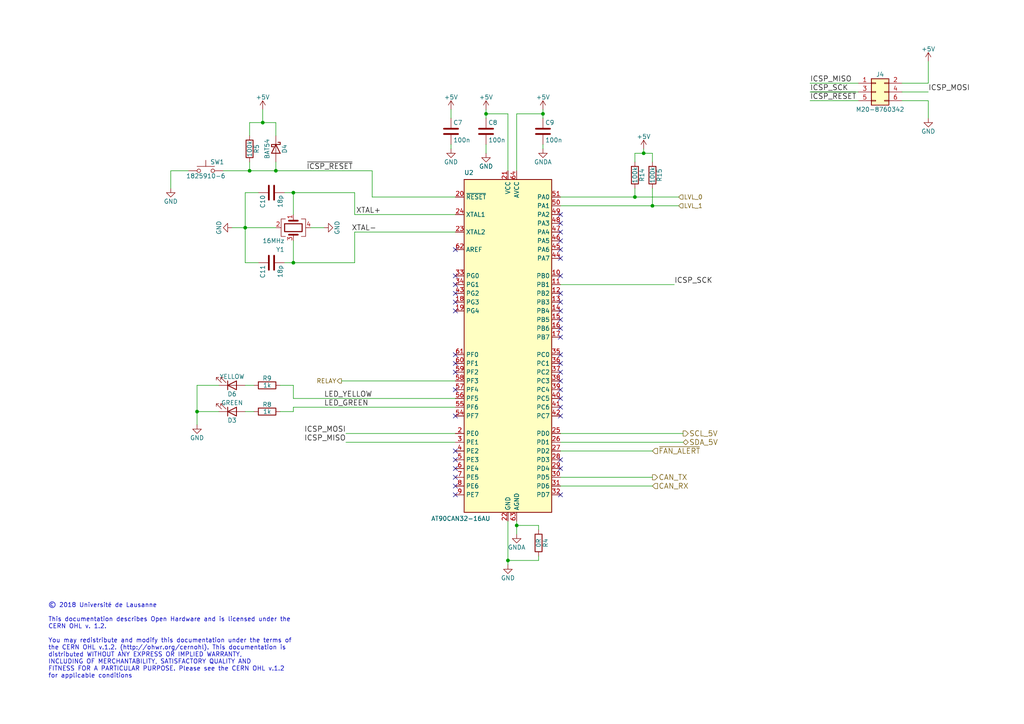
<source format=kicad_sch>
(kicad_sch (version 20231120) (generator "eeschema") (generator_version "8.0")
  (paper "A4")
  (title_block (title "AT90CAN128 Nebulizer Controller") (date "06/11/2018") (rev "A") (company "Université de Lausanne") (comment 1 "Author: Alexandre Tuleu") (comment 2 "Licensed under the CERN OHL v1.2"))
  (lib_symbols
    (symbol "Connector_Generic:Conn_02x03_Odd_Even" (pin_names (offset 1.016) hide)
      (property "Reference" "J" (at 1.27 5.08 0))
      (property "Value" "Conn_02x03_Odd_Even" (at 1.27 -5.08 0))
      (symbol "Conn_02x03_Odd_Even_1_1"
        (rectangle (start -1.27 -2.413) (end 0 -2.667) (stroke (width 0.1524)))
        (rectangle (start -1.27 0.127) (end 0 -0.127) (stroke (width 0.1524)))
        (rectangle (start -1.27 2.667) (end 0 2.413) (stroke (width 0.1524)))
        (rectangle (start -1.27 3.81) (end 3.81 -3.81) (stroke (width 0.254)) (fill (type background)))
        (rectangle (start 3.81 -2.413) (end 2.54 -2.667) (stroke (width 0.1524)))
        (rectangle (start 3.81 0.127) (end 2.54 -0.127) (stroke (width 0.1524)))
        (rectangle (start 3.81 2.667) (end 2.54 2.413) (stroke (width 0.1524)))
        (pin passive line (at -5.08 2.54 0) (length 3.81) (name "Pin_1") (number "1"))
        (pin passive line (at 7.62 2.54 180) (length 3.81) (name "Pin_2") (number "2"))
        (pin passive line (at -5.08 0 0) (length 3.81) (name "Pin_3") (number "3"))
        (pin passive line (at 7.62 0 180) (length 3.81) (name "Pin_4") (number "4"))
        (pin passive line (at -5.08 -2.54 0) (length 3.81) (name "Pin_5") (number "5"))
        (pin passive line (at 7.62 -2.54 180) (length 3.81) (name "Pin_6") (number "6"))
      )
    )
    (symbol "Device:C" (pin_numbers hide) (pin_names (offset 0.254))
      (property "Reference" "C" (at 0.635 2.54 0))
      (property "Value" "C" (at 0.635 -2.54 0))
      (symbol "C_0_1"
        (polyline (pts (xy -2.032 -0.762) (xy 2.032 -0.762)) (stroke (width 0.508)))
        (polyline (pts (xy -2.032 0.762) (xy 2.032 0.762)) (stroke (width 0.508)))
      )
      (symbol "C_1_1"
        (pin passive line (at 0 3.81 270) (length 2.794) (name "~") (number "1"))
        (pin passive line (at 0 -3.81 90) (length 2.794) (name "~") (number "2"))
      )
    )
    (symbol "Device:Crystal_GND24" (pin_names (offset 1.016) hide)
      (property "Reference" "Y" (at 3.175 5.08 0))
      (property "Value" "Crystal_GND24" (at 3.175 3.175 0))
      (symbol "Crystal_GND24_0_1"
        (rectangle (start -1.143 2.54) (end 1.143 -2.54) (stroke (width 0.3048)))
        (polyline (pts (xy -2.54 0) (xy -2.032 0)))
        (polyline (pts (xy -2.032 -1.27) (xy -2.032 1.27)) (stroke (width 0.508)))
        (polyline (pts (xy 0 -3.81) (xy 0 -3.556)))
        (polyline (pts (xy 0 3.556) (xy 0 3.81)))
        (polyline (pts (xy 2.032 -1.27) (xy 2.032 1.27)) (stroke (width 0.508)))
        (polyline (pts (xy 2.032 0) (xy 2.54 0)))
        (polyline (pts (xy -2.54 -2.286) (xy -2.54 -3.556) (xy 2.54 -3.556) (xy 2.54 -2.286)))
        (polyline (pts (xy -2.54 2.286) (xy -2.54 3.556) (xy 2.54 3.556) (xy 2.54 2.286)))
      )
      (symbol "Crystal_GND24_1_1"
        (pin passive line (at -3.81 0 0) (length 1.27) (name "1") (number "1"))
        (pin passive line (at 0 5.08 270) (length 1.27) (name "2") (number "2"))
        (pin passive line (at 3.81 0 180) (length 1.27) (name "3") (number "3"))
        (pin passive line (at 0 -5.08 90) (length 1.27) (name "4") (number "4"))
      )
    )
    (symbol "Device:D_Schottky" (pin_numbers hide) (pin_names (offset 1.016) hide)
      (property "Reference" "D" (at 0 2.54 0))
      (property "Value" "D_Schottky" (at 0 -2.54 0))
      (symbol "D_Schottky_0_1"
        (polyline (pts (xy 1.27 0) (xy -1.27 0)))
        (polyline (pts (xy 1.27 1.27) (xy 1.27 -1.27) (xy -1.27 0) (xy 1.27 1.27)) (stroke (width 0.254)))
        (polyline (pts (xy -1.905 0.635) (xy -1.905 1.27) (xy -1.27 1.27) (xy -1.27 -1.27) (xy -0.635 -1.27) (xy -0.635 -0.635)) (stroke (width 0.254)))
      )
      (symbol "D_Schottky_1_1"
        (pin passive line (at -3.81 0 0) (length 2.54) (name "K") (number "1"))
        (pin passive line (at 3.81 0 180) (length 2.54) (name "A") (number "2"))
      )
    )
    (symbol "Device:LED" (pin_numbers hide) (pin_names (offset 1.016) hide)
      (property "Reference" "D" (at 0 2.54 0))
      (property "Value" "LED" (at 0 -2.54 0))
      (symbol "LED_0_1"
        (polyline (pts (xy -1.27 -1.27) (xy -1.27 1.27)) (stroke (width 0.254)))
        (polyline (pts (xy -1.27 0) (xy 1.27 0)))
        (polyline (pts (xy 1.27 -1.27) (xy 1.27 1.27) (xy -1.27 0) (xy 1.27 -1.27)) (stroke (width 0.254)))
        (polyline (pts (xy -3.048 -0.762) (xy -4.572 -2.286) (xy -3.81 -2.286) (xy -4.572 -2.286) (xy -4.572 -1.524)))
        (polyline (pts (xy -1.778 -0.762) (xy -3.302 -2.286) (xy -2.54 -2.286) (xy -3.302 -2.286) (xy -3.302 -1.524)))
      )
      (symbol "LED_1_1"
        (pin passive line (at -3.81 0 0) (length 2.54) (name "K") (number "1"))
        (pin passive line (at 3.81 0 180) (length 2.54) (name "A") (number "2"))
      )
    )
    (symbol "Device:R" (pin_numbers hide) (pin_names (offset 0))
      (property "Reference" "R" (at 2.032 0 90))
      (property "Value" "R" (at 0 0 90))
      (symbol "R_0_1"
        (rectangle (start -1.016 -2.54) (end 1.016 2.54) (stroke (width 0.254)))
      )
      (symbol "R_1_1"
        (pin passive line (at 0 3.81 270) (length 1.27) (name "~") (number "1"))
        (pin passive line (at 0 -3.81 90) (length 1.27) (name "~") (number "2"))
      )
    )
    (symbol "Switch:SW_Push" (pin_numbers hide) (pin_names (offset 1.016) hide)
      (property "Reference" "SW" (at 1.27 2.54 0))
      (property "Value" "SW_Push" (at 0 -1.524 0))
      (symbol "SW_Push_0_1"
        (circle (center -2.032 0) (radius 0.508))
        (polyline (pts (xy 0 1.27) (xy 0 3.048)))
        (polyline (pts (xy 2.54 1.27) (xy -2.54 1.27)))
        (circle (center 2.032 0) (radius 0.508))
        (pin passive line (at -5.08 0 0) (length 2.54) (name "1") (number "1"))
        (pin passive line (at 5.08 0 180) (length 2.54) (name "2") (number "2"))
      )
    )
    (symbol "celaeno-rescue:+5V-power" (power) (pin_names (offset 0))
      (property "Value" "power_+5V" (at 0 3.556 0))
      (symbol "+5V-power_0_1"
        (polyline (pts (xy -0.762 1.27) (xy 0 2.54)))
        (polyline (pts (xy 0 0) (xy 0 2.54)))
        (polyline (pts (xy 0 2.54) (xy 0.762 1.27)))
      )
      (symbol "+5V-power_1_1"
        (pin power_in line (at 0 0 90) (length 0) hide (name "+5V") (number "1"))
      )
    )
    (symbol "celaeno-rescue:AT90CAN32-16AU-MCU_Microchip_AVR"
      (property "Reference" "U" (at -12.7 49.53 0))
      (property "Value" "AT90CAN32-16AU-MCU_Microchip_AVR" (at 5.08 -49.53 0))
      (symbol "AT90CAN32-16AU-MCU_Microchip_AVR_0_1"
        (rectangle (start -12.7 -48.26) (end 12.7 48.26) (stroke (width 0.254)) (fill (type background)))
      )
      (symbol "AT90CAN32-16AU-MCU_Microchip_AVR_1_1"
        (pin no_connect line (at -12.7 -45.72 0) (length 2.54) hide (name "NC") (number "1"))
        (pin bidirectional line (at 15.24 20.32 180) (length 2.54) (name "PB0") (number "10"))
        (pin bidirectional line (at 15.24 17.78 180) (length 2.54) (name "PB1") (number "11"))
        (pin bidirectional line (at 15.24 15.24 180) (length 2.54) (name "PB2") (number "12"))
        (pin bidirectional line (at 15.24 12.7 180) (length 2.54) (name "PB3") (number "13"))
        (pin bidirectional line (at 15.24 10.16 180) (length 2.54) (name "PB4") (number "14"))
        (pin bidirectional line (at 15.24 7.62 180) (length 2.54) (name "PB5") (number "15"))
        (pin bidirectional line (at 15.24 5.08 180) (length 2.54) (name "PB6") (number "16"))
        (pin bidirectional line (at 15.24 2.54 180) (length 2.54) (name "PB7") (number "17"))
        (pin bidirectional line (at -15.24 12.7 0) (length 2.54) (name "PG3") (number "18"))
        (pin bidirectional line (at -15.24 10.16 0) (length 2.54) (name "PG4") (number "19"))
        (pin bidirectional line (at -15.24 -25.4 0) (length 2.54) (name "PE0") (number "2"))
        (pin input line (at -15.24 43.18 0) (length 2.54) (name "~{RESET}") (number "20"))
        (pin power_in line (at 0 50.8 270) (length 2.54) (name "VCC") (number "21"))
        (pin power_in line (at 0 -50.8 90) (length 2.54) (name "GND") (number "22"))
        (pin bidirectional line (at -15.24 33.02 0) (length 2.54) (name "XTAL2") (number "23"))
        (pin bidirectional line (at -15.24 38.1 0) (length 2.54) (name "XTAL1") (number "24"))
        (pin bidirectional line (at 15.24 -25.4 180) (length 2.54) (name "PD0") (number "25"))
        (pin bidirectional line (at 15.24 -27.94 180) (length 2.54) (name "PD1") (number "26"))
        (pin bidirectional line (at 15.24 -30.48 180) (length 2.54) (name "PD2") (number "27"))
        (pin bidirectional line (at 15.24 -33.02 180) (length 2.54) (name "PD3") (number "28"))
        (pin bidirectional line (at 15.24 -35.56 180) (length 2.54) (name "PD4") (number "29"))
        (pin bidirectional line (at -15.24 -27.94 0) (length 2.54) (name "PE1") (number "3"))
        (pin bidirectional line (at 15.24 -38.1 180) (length 2.54) (name "PD5") (number "30"))
        (pin bidirectional line (at 15.24 -40.64 180) (length 2.54) (name "PD6") (number "31"))
        (pin bidirectional line (at 15.24 -43.18 180) (length 2.54) (name "PD7") (number "32"))
        (pin bidirectional line (at -15.24 20.32 0) (length 2.54) (name "PG0") (number "33"))
        (pin bidirectional line (at -15.24 17.78 0) (length 2.54) (name "PG1") (number "34"))
        (pin bidirectional line (at 15.24 -2.54 180) (length 2.54) (name "PC0") (number "35"))
        (pin bidirectional line (at 15.24 -5.08 180) (length 2.54) (name "PC1") (number "36"))
        (pin bidirectional line (at 15.24 -7.62 180) (length 2.54) (name "PC2") (number "37"))
        (pin bidirectional line (at 15.24 -10.16 180) (length 2.54) (name "PC3") (number "38"))
        (pin bidirectional line (at 15.24 -12.7 180) (length 2.54) (name "PC4") (number "39"))
        (pin bidirectional line (at -15.24 -30.48 0) (length 2.54) (name "PE2") (number "4"))
        (pin bidirectional line (at 15.24 -15.24 180) (length 2.54) (name "PC5") (number "40"))
        (pin bidirectional line (at 15.24 -17.78 180) (length 2.54) (name "PC6") (number "41"))
        (pin bidirectional line (at 15.24 -20.32 180) (length 2.54) (name "PC7") (number "42"))
        (pin bidirectional line (at -15.24 15.24 0) (length 2.54) (name "PG2") (number "43"))
        (pin bidirectional line (at 15.24 25.4 180) (length 2.54) (name "PA7") (number "44"))
        (pin bidirectional line (at 15.24 27.94 180) (length 2.54) (name "PA6") (number "45"))
        (pin bidirectional line (at 15.24 30.48 180) (length 2.54) (name "PA5") (number "46"))
        (pin bidirectional line (at 15.24 33.02 180) (length 2.54) (name "PA4") (number "47"))
        (pin bidirectional line (at 15.24 35.56 180) (length 2.54) (name "PA3") (number "48"))
        (pin bidirectional line (at 15.24 38.1 180) (length 2.54) (name "PA2") (number "49"))
        (pin bidirectional line (at -15.24 -33.02 0) (length 2.54) (name "PE3") (number "5"))
        (pin bidirectional line (at 15.24 40.64 180) (length 2.54) (name "PA1") (number "50"))
        (pin bidirectional line (at 15.24 43.18 180) (length 2.54) (name "PA0") (number "51"))
        (pin passive line (at 0 50.8 270) (length 2.54) hide (name "VCC") (number "52"))
        (pin passive line (at 0 -50.8 90) (length 2.54) hide (name "GND") (number "53"))
        (pin input line (at -15.24 -20.32 0) (length 2.54) (name "PF7") (number "54"))
        (pin input line (at -15.24 -17.78 0) (length 2.54) (name "PF6") (number "55"))
        (pin input line (at -15.24 -15.24 0) (length 2.54) (name "PF5") (number "56"))
        (pin input line (at -15.24 -12.7 0) (length 2.54) (name "PF4") (number "57"))
        (pin input line (at -15.24 -10.16 0) (length 2.54) (name "PF3") (number "58"))
        (pin input line (at -15.24 -7.62 0) (length 2.54) (name "PF2") (number "59"))
        (pin bidirectional line (at -15.24 -35.56 0) (length 2.54) (name "PE4") (number "6"))
        (pin input line (at -15.24 -5.08 0) (length 2.54) (name "PF1") (number "60"))
        (pin input line (at -15.24 -2.54 0) (length 2.54) (name "PF0") (number "61"))
        (pin input line (at -15.24 27.94 0) (length 2.54) (name "AREF") (number "62"))
        (pin power_in line (at 2.54 -50.8 90) (length 2.54) (name "AGND") (number "63"))
        (pin power_in line (at 2.54 50.8 270) (length 2.54) (name "AVCC") (number "64"))
        (pin bidirectional line (at -15.24 -38.1 0) (length 2.54) (name "PE5") (number "7"))
        (pin bidirectional line (at -15.24 -40.64 0) (length 2.54) (name "PE6") (number "8"))
        (pin bidirectional line (at -15.24 -43.18 0) (length 2.54) (name "PE7") (number "9"))
      )
    )
    (symbol "celaeno-rescue:GND-power" (power) (pin_names (offset 0))
      (property "Value" "power_GND" (at 0 -3.81 0))
      (symbol "GND-power_0_1"
        (polyline (pts (xy 0 0) (xy 0 -1.27) (xy 1.27 -1.27) (xy 0 -2.54) (xy -1.27 -1.27) (xy 0 -1.27)))
      )
      (symbol "GND-power_1_1"
        (pin power_in line (at 0 0 270) (length 0) hide (name "GND") (number "1"))
      )
    )
    (symbol "celaeno-rescue:GNDA-power" (power) (pin_names (offset 0))
      (property "Value" "power_GNDA" (at 0 -3.81 0))
      (symbol "GNDA-power_0_1"
        (polyline (pts (xy 0 0) (xy 0 -1.27) (xy 1.27 -1.27) (xy 0 -2.54) (xy -1.27 -1.27) (xy 0 -1.27)))
      )
      (symbol "GNDA-power_1_1"
        (pin power_in line (at 0 0 270) (length 0) hide (name "GNDA") (number "1"))
      )
    )
  )
  (junction (at 186.69 44.45))
  (junction (at 57.15 119.38))
  (junction (at 149.86 152.4))
  (junction (at 76.2 35.56))
  (junction (at 147.32 162.56))
  (junction (at 184.15 57.15))
  (junction (at 71.12 66.04))
  (junction (at 80.01 49.53))
  (junction (at 140.97 33.02))
  (junction (at 157.48 33.02))
  (junction (at 189.23 59.69))
  (junction (at 85.09 76.2))
  (junction (at 85.09 55.88))
  (junction (at 72.39 49.53))
  (no_connect (at 162.56 107.95))
  (no_connect (at 132.08 72.39))
  (no_connect (at 132.08 82.55))
  (no_connect (at 132.08 80.01))
  (no_connect (at 162.56 97.79))
  (no_connect (at 162.56 87.63))
  (no_connect (at 162.56 67.31))
  (no_connect (at 132.08 85.09))
  (no_connect (at 132.08 120.65))
  (no_connect (at 162.56 74.93))
  (no_connect (at 132.08 105.41))
  (no_connect (at 162.56 62.23))
  (no_connect (at 162.56 64.77))
  (no_connect (at 132.08 138.43))
  (no_connect (at 132.08 102.87))
  (no_connect (at 162.56 113.03))
  (no_connect (at 162.56 143.51))
  (no_connect (at 162.56 90.17))
  (no_connect (at 132.08 107.95))
  (no_connect (at 162.56 92.71))
  (no_connect (at 162.56 133.35))
  (no_connect (at 162.56 110.49))
  (no_connect (at 132.08 87.63))
  (no_connect (at 162.56 69.85))
  (no_connect (at 162.56 95.25))
  (no_connect (at 162.56 118.11))
  (no_connect (at 162.56 72.39))
  (no_connect (at 162.56 105.41))
  (no_connect (at 132.08 130.81))
  (no_connect (at 132.08 90.17))
  (no_connect (at 132.08 135.89))
  (no_connect (at 162.56 115.57))
  (no_connect (at 162.56 85.09))
  (no_connect (at 162.56 80.01))
  (no_connect (at 132.08 113.03))
  (no_connect (at 162.56 102.87))
  (no_connect (at 132.08 140.97))
  (no_connect (at 132.08 143.51))
  (no_connect (at 162.56 120.65))
  (no_connect (at 132.08 133.35))
  (no_connect (at 162.56 135.89))
  (wire (pts (xy 57.15 119.38) (xy 57.15 111.76)))
  (wire (pts (xy 76.2 35.56) (xy 80.01 35.56)))
  (wire (pts (xy 72.39 49.53) (xy 72.39 46.99)))
  (wire (pts (xy 147.32 162.56) (xy 147.32 151.13)))
  (wire (pts (xy 107.95 49.53) (xy 107.95 57.15)))
  (wire (pts (xy 162.56 128.27) (xy 198.12 128.27)))
  (wire (pts (xy 85.09 119.38) (xy 81.28 119.38)))
  (wire (pts (xy 269.24 24.13) (xy 269.24 17.78)))
  (wire (pts (xy 234.95 26.67) (xy 248.92 26.67)))
  (wire (pts (xy 147.32 163.83) (xy 147.32 162.56)))
  (wire (pts (xy 85.09 111.76) (xy 81.28 111.76)))
  (wire (pts (xy 49.53 49.53) (xy 54.61 49.53)))
  (wire (pts (xy 140.97 33.02) (xy 147.32 33.02)))
  (wire (pts (xy 85.09 55.88) (xy 82.55 55.88)))
  (wire (pts (xy 149.86 151.13) (xy 149.86 152.4)))
  (wire (pts (xy 85.09 115.57) (xy 132.08 115.57)))
  (wire (pts (xy 85.09 76.2) (xy 82.55 76.2)))
  (wire (pts (xy 74.93 55.88) (xy 71.12 55.88)))
  (wire (pts (xy 102.87 62.23) (xy 102.87 55.88)))
  (wire (pts (xy 80.01 49.53) (xy 107.95 49.53)))
  (wire (pts (xy 162.56 140.97) (xy 189.23 140.97)))
  (wire (pts (xy 149.86 152.4) (xy 156.21 152.4)))
  (wire (pts (xy 85.09 118.11) (xy 85.09 119.38)))
  (wire (pts (xy 85.09 118.11) (xy 132.08 118.11)))
  (wire (pts (xy 80.01 49.53) (xy 80.01 46.99)))
  (wire (pts (xy 57.15 111.76) (xy 63.5 111.76)))
  (wire (pts (xy 80.01 66.04) (xy 71.12 66.04)))
  (wire (pts (xy 186.69 44.45) (xy 186.69 43.18)))
  (wire (pts (xy 184.15 57.15) (xy 162.56 57.15)))
  (wire (pts (xy 147.32 33.02) (xy 147.32 49.53)))
  (wire (pts (xy 157.48 31.75) (xy 157.48 33.02)))
  (wire (pts (xy 100.33 128.27) (xy 132.08 128.27)))
  (wire (pts (xy 72.39 35.56) (xy 76.2 35.56)))
  (wire (pts (xy 234.95 29.21) (xy 248.92 29.21)))
  (wire (pts (xy 162.56 125.73) (xy 198.12 125.73)))
  (wire (pts (xy 156.21 162.56) (xy 147.32 162.56)))
  (wire (pts (xy 234.95 24.13) (xy 248.92 24.13)))
  (wire (pts (xy 57.15 123.19) (xy 57.15 119.38)))
  (wire (pts (xy 73.66 119.38) (xy 71.12 119.38)))
  (wire (pts (xy 71.12 66.04) (xy 71.12 76.2)))
  (wire (pts (xy 261.62 26.67) (xy 269.24 26.67)))
  (wire (pts (xy 64.77 49.53) (xy 72.39 49.53)))
  (wire (pts (xy 189.23 59.69) (xy 196.85 59.69)))
  (wire (pts (xy 140.97 41.91) (xy 140.97 44.45)))
  (wire (pts (xy 71.12 76.2) (xy 74.93 76.2)))
  (wire (pts (xy 71.12 66.04) (xy 67.31 66.04)))
  (wire (pts (xy 157.48 43.18) (xy 157.48 41.91)))
  (wire (pts (xy 85.09 62.23) (xy 85.09 55.88)))
  (wire (pts (xy 71.12 55.88) (xy 71.12 66.04)))
  (wire (pts (xy 100.33 125.73) (xy 132.08 125.73)))
  (wire (pts (xy 63.5 119.38) (xy 57.15 119.38)))
  (wire (pts (xy 184.15 57.15) (xy 196.85 57.15)))
  (wire (pts (xy 261.62 29.21) (xy 269.24 29.21)))
  (wire (pts (xy 189.23 130.81) (xy 162.56 130.81)))
  (wire (pts (xy 140.97 31.75) (xy 140.97 33.02)))
  (wire (pts (xy 189.23 44.45) (xy 189.23 46.99)))
  (wire (pts (xy 107.95 57.15) (xy 132.08 57.15)))
  (wire (pts (xy 162.56 59.69) (xy 189.23 59.69)))
  (wire (pts (xy 85.09 115.57) (xy 85.09 111.76)))
  (wire (pts (xy 132.08 110.49) (xy 99.06 110.49)))
  (wire (pts (xy 72.39 39.37) (xy 72.39 35.56)))
  (wire (pts (xy 85.09 76.2) (xy 85.09 69.85)))
  (wire (pts (xy 157.48 33.02) (xy 157.48 34.29)))
  (wire (pts (xy 184.15 44.45) (xy 186.69 44.45)))
  (wire (pts (xy 261.62 24.13) (xy 269.24 24.13)))
  (wire (pts (xy 73.66 111.76) (xy 71.12 111.76)))
  (wire (pts (xy 76.2 31.75) (xy 76.2 35.56)))
  (wire (pts (xy 157.48 33.02) (xy 149.86 33.02)))
  (wire (pts (xy 162.56 82.55) (xy 195.58 82.55)))
  (wire (pts (xy 93.98 66.04) (xy 90.17 66.04)))
  (wire (pts (xy 130.81 41.91) (xy 130.81 43.18)))
  (wire (pts (xy 149.86 152.4) (xy 149.86 154.94)))
  (wire (pts (xy 102.87 55.88) (xy 85.09 55.88)))
  (wire (pts (xy 102.87 67.31) (xy 132.08 67.31)))
  (wire (pts (xy 72.39 49.53) (xy 80.01 49.53)))
  (wire (pts (xy 102.87 76.2) (xy 85.09 76.2)))
  (wire (pts (xy 156.21 152.4) (xy 156.21 153.67)))
  (wire (pts (xy 269.24 29.21) (xy 269.24 34.29)))
  (wire (pts (xy 140.97 33.02) (xy 140.97 34.29)))
  (wire (pts (xy 156.21 161.29) (xy 156.21 162.56)))
  (wire (pts (xy 162.56 138.43) (xy 189.23 138.43)))
  (wire (pts (xy 184.15 46.99) (xy 184.15 44.45)))
  (wire (pts (xy 102.87 62.23) (xy 132.08 62.23)))
  (wire (pts (xy 102.87 67.31) (xy 102.87 76.2)))
  (wire (pts (xy 186.69 44.45) (xy 189.23 44.45)))
  (wire (pts (xy 184.15 54.61) (xy 184.15 57.15)))
  (wire (pts (xy 80.01 35.56) (xy 80.01 39.37)))
  (wire (pts (xy 189.23 54.61) (xy 189.23 59.69)))
  (wire (pts (xy 149.86 33.02) (xy 149.86 49.53)))
  (wire (pts (xy 49.53 54.61) (xy 49.53 49.53)))
  (wire (pts (xy 130.81 31.75) (xy 130.81 34.29)))
  (text "© 2018 Université de Lausanne\n\nThis documentation describes Open Hardware and is licensed under the\nCERN OHL v. 1.2.\n\nYou may redistribute and modify this documentation under the terms of\nthe CERN OHL v.1.2. (http://ohwr.org/cernohl). This documentation is\ndistributed WITHOUT ANY EXPRESS OR IMPLIED WARRANTY,\nINCLUDING OF MERCHANTABILITY, SATISFACTORY QUALITY AND\nFITNESS FOR A PARTICULAR PURPOSE. Please see the CERN OHL v.1.2\nfor applicable conditions" (at 13.97 196.85 0) (effects (font (size 1.27 1.27)) (justify left bottom)))
  (label "XTAL-" (at 109.22 67.31 180) (effects (font (size 1.524 1.524))))
  (label "ICSP_MOSI" (at 269.24 26.67 0) (effects (font (size 1.524 1.524))))
  (label "~{ICSP_RESET}" (at 88.9 49.53 0) (effects (font (size 1.524 1.524))))
  (label "~{ICSP_RESET}" (at 234.95 29.21 0) (effects (font (size 1.524 1.524))))
  (label "LED_GREEN" (at 93.98 118.11 0) (effects (font (size 1.524 1.524))))
  (label "ICSP_MISO" (at 100.33 128.27 180) (effects (font (size 1.524 1.524))))
  (label "ICSP_MOSI" (at 100.33 125.73 180) (effects (font (size 1.524 1.524))))
  (label "ICSP_SCK" (at 234.95 26.67 0) (effects (font (size 1.524 1.524))))
  (label "XTAL+" (at 110.49 62.23 180) (effects (font (size 1.524 1.524))))
  (label "LED_YELLOW" (at 93.98 115.57 0) (effects (font (size 1.524 1.524))))
  (label "ICSP_SCK" (at 195.58 82.55 0) (effects (font (size 1.524 1.524))))
  (label "ICSP_MISO" (at 234.95 24.13 0) (effects (font (size 1.524 1.524))))
  (hierarchical_label "CAN_RX" (shape input) (at 189.23 140.97 0) (effects (font (size 1.524 1.524))))
  (hierarchical_label "CAN_TX" (shape output) (at 189.23 138.43 0) (effects (font (size 1.524 1.524))))
  (hierarchical_label "SCL_5V" (shape output) (at 198.12 125.73 0) (effects (font (size 1.524 1.524))))
  (hierarchical_label "LVL_0" (shape input) (at 196.85 57.15 0))
  (hierarchical_label "LVL_1" (shape input) (at 196.85 59.69 0))
  (hierarchical_label "~{FAN_ALERT}" (shape input) (at 189.23 130.81 0) (effects (font (size 1.524 1.524))))
  (hierarchical_label "RELAY" (shape output) (at 99.06 110.49 180))
  (hierarchical_label "SDA_5V" (shape bidirectional) (at 198.12 128.27 0) (effects (font (size 1.524 1.524))))
  (symbol (lib_id "Device:C") (at 130.81 38.1 0) (unit 1)
    (property "Reference" "C7" (at 131.445 35.56 0) (effects (justify left)))
    (property "Value" "100n" (at 131.445 40.64 0) (effects (justify left)))
    (property "Footprint" "Capacitor_SMD:C_0603_1608Metric" (effects (hide yes)))
    (property "Description" "GPC0603104" (effects (hide yes)))
    (property "MPN" "GPC0603104" (effects (hide yes)))
  )
  (symbol (lib_id "Device:C") (at 140.97 38.1 0) (unit 1)
    (property "Reference" "C8" (at 141.605 35.56 0) (effects (justify left)))
    (property "Value" "100n" (at 141.605 40.64 0) (effects (justify left)))
    (property "Footprint" "Capacitor_SMD:C_0603_1608Metric" (effects (hide yes)))
    (property "Description" "GPC0603104" (effects (hide yes)))
    (property "MPN" "GPC0603104" (effects (hide yes)))
  )
  (symbol (lib_id "Device:C") (at 157.48 38.1 0) (unit 1)
    (property "Reference" "C9" (at 158.115 35.56 0) (effects (justify left)))
    (property "Value" "100n" (at 158.115 40.64 0) (effects (justify left)))
    (property "Footprint" "Capacitor_SMD:C_0603_1608Metric" (effects (hide yes)))
    (property "Description" "GPC0603104" (effects (hide yes)))
    (property "MPN" "GPC0603104" (effects (hide yes)))
  )
  (symbol (lib_id "Device:Crystal_GND24") (at 85.09 66.04 90) (mirror x) (unit 1)
    (property "Reference" "Y1" (at 82.55 72.39 90) (effects (justify left)))
    (property "Value" "16MHz" (at 82.55 69.85 90) (effects (justify left)))
    (property "Footprint" "Crystal:Crystal_SMD_SeikoEpson_FA238-4Pin_3.2x2.5mm" (effects (hide yes)))
    (property "Description" "FA-238 16.0000MB-C3" (effects (hide yes)))
  )
  (symbol (lib_id "Device:C") (at 78.74 55.88 90) (mirror x) (unit 1)
    (property "Reference" "C10" (at 76.2 56.515 0) (effects (justify left)))
    (property "Value" "18p" (at 81.28 56.515 0) (effects (justify left)))
    (property "Footprint" "Capacitor_SMD:C_0603_1608Metric" (effects (hide yes)))
    (property "Description" "GPC0603180" (effects (hide yes)))
  )
  (symbol (lib_id "Device:C") (at 78.74 76.2 90) (mirror x) (unit 1)
    (property "Reference" "C11" (at 76.2 76.835 0) (effects (justify left)))
    (property "Value" "18p" (at 81.28 76.835 0) (effects (justify left)))
    (property "Footprint" "Capacitor_SMD:C_0603_1608Metric" (effects (hide yes)))
    (property "Description" "GPC0603180" (effects (hide yes)))
  )
  (symbol (lib_id "celaeno-rescue:GND-power") (at 67.31 66.04 270) (mirror x) (unit 1)
    (property "Reference" "#PWR021" (effects (hide yes)))
    (property "Value" "GND" (at 63.5 66.04 0))
  )
  (symbol (lib_id "celaeno-rescue:GND-power") (at 93.98 66.04 90) (mirror x) (unit 1)
    (property "Reference" "#PWR022" (effects (hide yes)))
    (property "Value" "GND" (at 97.79 66.04 0))
  )
  (symbol (lib_id "Device:R") (at 156.21 157.48 0) (unit 1)
    (property "Reference" "R4" (at 158.242 157.48 90))
    (property "Value" "0R" (at 156.21 157.48 90))
    (property "Footprint" "Resistor_SMD:R_0603_1608Metric" (effects (hide yes)))
    (property "Description" "RC0603JR-070RL" (effects (hide yes)))
  )
  (symbol (lib_id "celaeno-rescue:GND-power") (at 147.32 163.83 0) (unit 1)
    (property "Reference" "#PWR023" (effects (hide yes)))
    (property "Value" "GND" (at 147.32 167.64 0))
  )
  (symbol (lib_id "celaeno-rescue:GNDA-power") (at 149.86 154.94 0) (unit 1)
    (property "Reference" "#PWR024" (effects (hide yes)))
    (property "Value" "GNDA" (at 149.86 158.75 0))
  )
  (symbol (lib_id "celaeno-rescue:GNDA-power") (at 157.48 43.18 0) (unit 1)
    (property "Reference" "#PWR025" (effects (hide yes)))
    (property "Value" "GNDA" (at 157.48 46.99 0))
  )
  (symbol (lib_id "celaeno-rescue:+5V-power") (at 130.81 31.75 0) (unit 1)
    (property "Reference" "#PWR026" (effects (hide yes)))
    (property "Value" "+5V" (at 130.81 28.194 0))
  )
  (symbol (lib_id "celaeno-rescue:+5V-power") (at 140.97 31.75 0) (unit 1)
    (property "Reference" "#PWR027" (effects (hide yes)))
    (property "Value" "+5V" (at 140.97 28.194 0))
  )
  (symbol (lib_id "celaeno-rescue:GND-power") (at 130.81 43.18 0) (unit 1)
    (property "Reference" "#PWR028" (effects (hide yes)))
    (property "Value" "GND" (at 130.81 46.99 0))
  )
  (symbol (lib_id "Connector_Generic:Conn_02x03_Odd_Even") (at 254 26.67 0) (unit 1)
    (property "Reference" "J4" (at 255.27 21.59 0))
    (property "Value" "M20-8760342" (at 255.27 31.75 0))
    (property "Footprint" "Connector_PinHeader_2.54mm:PinHeader_2x03_P2.54mm_Vertical_SMD" (effects (hide yes)))
    (property "Description" "M20-8760342" (effects (hide yes)))
  )
  (symbol (lib_id "Switch:SW_Push") (at 59.69 49.53 0) (unit 1)
    (property "Reference" "SW1" (at 60.96 46.99 0) (effects (justify left)))
    (property "Value" "1825910-6" (at 59.69 51.054 0))
    (property "Footprint" "Button_Switch_THT:SW_PUSH_6mm" (effects (hide yes)))
    (property "Description" "1825910-6" (effects (hide yes)))
  )
  (symbol (lib_id "Device:D_Schottky") (at 80.01 43.18 270) (unit 1)
    (property "Reference" "D4" (at 82.55 43.18 0))
    (property "Value" "BAT54" (at 77.47 43.18 0))
    (property "Footprint" "Diodes_SMD:D_SOT-23_ANK" (effects (hide yes)))
    (property "Description" "BAT54-7-F" (effects (hide yes)))
  )
  (symbol (lib_id "Device:R") (at 72.39 43.18 0) (unit 1)
    (property "Reference" "R5" (at 74.422 43.18 90))
    (property "Value" "100k" (at 72.39 43.18 90))
    (property "Footprint" "Resistor_SMD:R_0603_1608Metric" (effects (hide yes)))
    (property "Description" "GPR0603100K" (effects (hide yes)))
  )
  (symbol (lib_id "celaeno-rescue:+5V-power") (at 76.2 31.75 0) (unit 1)
    (property "Reference" "#PWR029" (effects (hide yes)))
    (property "Value" "+5V" (at 76.2 28.194 0))
  )
  (symbol (lib_id "celaeno-rescue:GND-power") (at 49.53 54.61 0) (unit 1)
    (property "Reference" "#PWR030" (effects (hide yes)))
    (property "Value" "GND" (at 49.53 58.42 0))
  )
  (symbol (lib_id "celaeno-rescue:+5V-power") (at 269.24 17.78 0) (unit 1)
    (property "Reference" "#PWR031" (effects (hide yes)))
    (property "Value" "+5V" (at 269.24 14.224 0))
  )
  (symbol (lib_id "celaeno-rescue:GND-power") (at 269.24 34.29 0) (unit 1)
    (property "Reference" "#PWR032" (effects (hide yes)))
    (property "Value" "GND" (at 269.24 38.1 0))
  )
  (symbol (lib_id "Device:LED") (at 67.31 111.76 0) (mirror x) (unit 1)
    (property "Reference" "D6" (at 67.31 114.3 0))
    (property "Value" "YELLOW" (at 67.31 109.22 0))
    (property "Footprint" "LED_SMD:LED_0603_1608Metric" (effects (hide yes)))
    (property "Description" "150060YS75000" (effects (hide yes)))
  )
  (symbol (lib_id "Device:LED") (at 67.31 119.38 0) (mirror x) (unit 1)
    (property "Reference" "D3" (at 67.31 121.92 0))
    (property "Value" "GREEN" (at 67.31 116.84 0))
    (property "Footprint" "LED_SMD:LED_0603_1608Metric" (effects (hide yes)))
    (property "Description" "150060VS75000" (effects (hide yes)))
  )
  (symbol (lib_id "Device:R") (at 77.47 111.76 270) (mirror x) (unit 1)
    (property "Reference" "R9" (at 77.47 109.728 90))
    (property "Value" "1k" (at 77.47 111.76 90))
    (property "Footprint" "Resistor_SMD:R_0603_1608Metric" (effects (hide yes)))
    (property "Description" "GPR06031K" (effects (hide yes)))
  )
  (symbol (lib_id "Device:R") (at 77.47 119.38 270) (mirror x) (unit 1)
    (property "Reference" "R8" (at 77.47 117.348 90))
    (property "Value" "1k" (at 77.47 119.38 90))
    (property "Footprint" "Resistor_SMD:R_0603_1608Metric" (effects (hide yes)))
    (property "Description" "GPR06031K" (effects (hide yes)))
  )
  (symbol (lib_id "celaeno-rescue:GND-power") (at 57.15 123.19 0) (mirror y) (unit 1)
    (property "Reference" "#PWR033" (effects (hide yes)))
    (property "Value" "GND" (at 57.15 127 0))
  )
  (symbol (lib_id "celaeno-rescue:AT90CAN32-16AU-MCU_Microchip_AVR") (at 147.32 100.33 0) (unit 1)
    (property "Reference" "U2" (at 134.62 50.8 0) (effects (justify left bottom)))
    (property "Value" "AT90CAN32-16AU" (at 142.24 151.13 0) (effects (justify right bottom)))
    (property "Footprint" "Package_QFP:TQFP-64_14x14mm_P0.8mm" (effects (hide yes)))
    (property "Description" "AT90CAN32-16AU" (effects (hide yes)))
  )
  (symbol (lib_id "celaeno-rescue:GND-power") (at 140.97 44.45 0) (unit 1)
    (property "Reference" "#PWR034" (effects (hide yes)))
    (property "Value" "GND" (at 140.97 48.26 0))
  )
  (symbol (lib_id "celaeno-rescue:+5V-power") (at 157.48 31.75 0) (unit 1)
    (property "Reference" "#PWR035" (effects (hide yes)))
    (property "Value" "+5V" (at 157.48 28.194 0))
  )
  (symbol (lib_id "Device:R") (at 184.15 50.8 0) (unit 1)
    (property "Reference" "R14" (at 186.182 50.8 90))
    (property "Value" "100k" (at 184.15 50.8 90))
    (property "Footprint" "Resistor_SMD:R_0603_1608Metric" (effects (hide yes)))
    (property "Description" "GPR0603100K" (effects (hide yes)))
  )
  (symbol (lib_id "Device:R") (at 189.23 50.8 0) (unit 1)
    (property "Reference" "R15" (at 191.262 50.8 90))
    (property "Value" "100k" (at 189.23 50.8 90))
    (property "Footprint" "Resistor_SMD:R_0603_1608Metric" (effects (hide yes)))
    (property "Description" "GPR0603100K" (effects (hide yes)))
  )
  (symbol (lib_id "celaeno-rescue:+5V-power") (at 186.69 43.18 0) (unit 1)
    (property "Reference" "#PWR0108" (effects (hide yes)))
    (property "Value" "+5V" (at 186.69 39.624 0))
  )
)
</source>
